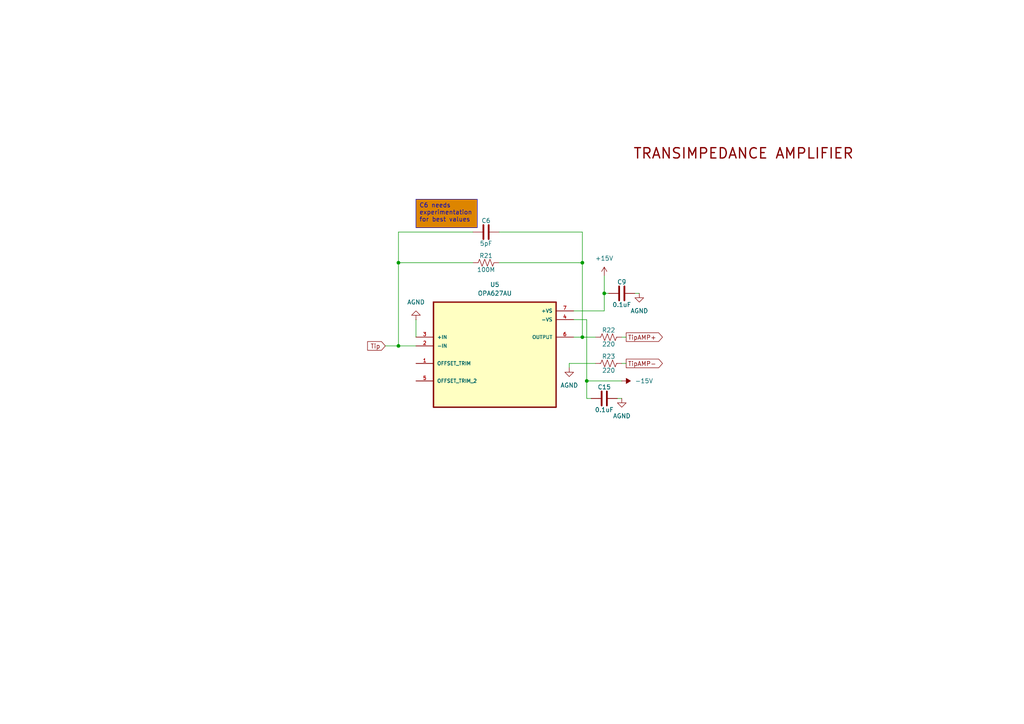
<source format=kicad_sch>
(kicad_sch
	(version 20250114)
	(generator "eeschema")
	(generator_version "9.0")
	(uuid "2810e2a5-ab6f-4d75-817b-e03e52dec31e")
	(paper "A4")
	(lib_symbols
		(symbol "Device:C"
			(pin_numbers
				(hide yes)
			)
			(pin_names
				(offset 0.254)
			)
			(exclude_from_sim no)
			(in_bom yes)
			(on_board yes)
			(property "Reference" "C"
				(at 0.635 2.54 0)
				(effects
					(font
						(size 1.27 1.27)
					)
					(justify left)
				)
			)
			(property "Value" "C"
				(at 0.635 -2.54 0)
				(effects
					(font
						(size 1.27 1.27)
					)
					(justify left)
				)
			)
			(property "Footprint" ""
				(at 0.9652 -3.81 0)
				(effects
					(font
						(size 1.27 1.27)
					)
					(hide yes)
				)
			)
			(property "Datasheet" "~"
				(at 0 0 0)
				(effects
					(font
						(size 1.27 1.27)
					)
					(hide yes)
				)
			)
			(property "Description" "Unpolarized capacitor"
				(at 0 0 0)
				(effects
					(font
						(size 1.27 1.27)
					)
					(hide yes)
				)
			)
			(property "ki_keywords" "cap capacitor"
				(at 0 0 0)
				(effects
					(font
						(size 1.27 1.27)
					)
					(hide yes)
				)
			)
			(property "ki_fp_filters" "C_*"
				(at 0 0 0)
				(effects
					(font
						(size 1.27 1.27)
					)
					(hide yes)
				)
			)
			(symbol "C_0_1"
				(polyline
					(pts
						(xy -2.032 0.762) (xy 2.032 0.762)
					)
					(stroke
						(width 0.508)
						(type default)
					)
					(fill
						(type none)
					)
				)
				(polyline
					(pts
						(xy -2.032 -0.762) (xy 2.032 -0.762)
					)
					(stroke
						(width 0.508)
						(type default)
					)
					(fill
						(type none)
					)
				)
			)
			(symbol "C_1_1"
				(pin passive line
					(at 0 3.81 270)
					(length 2.794)
					(name "~"
						(effects
							(font
								(size 1.27 1.27)
							)
						)
					)
					(number "1"
						(effects
							(font
								(size 1.27 1.27)
							)
						)
					)
				)
				(pin passive line
					(at 0 -3.81 90)
					(length 2.794)
					(name "~"
						(effects
							(font
								(size 1.27 1.27)
							)
						)
					)
					(number "2"
						(effects
							(font
								(size 1.27 1.27)
							)
						)
					)
				)
			)
			(embedded_fonts no)
		)
		(symbol "Device:R_US"
			(pin_numbers
				(hide yes)
			)
			(pin_names
				(offset 0)
			)
			(exclude_from_sim no)
			(in_bom yes)
			(on_board yes)
			(property "Reference" "R"
				(at 2.54 0 90)
				(effects
					(font
						(size 1.27 1.27)
					)
				)
			)
			(property "Value" "R_US"
				(at -2.54 0 90)
				(effects
					(font
						(size 1.27 1.27)
					)
				)
			)
			(property "Footprint" ""
				(at 1.016 -0.254 90)
				(effects
					(font
						(size 1.27 1.27)
					)
					(hide yes)
				)
			)
			(property "Datasheet" "~"
				(at 0 0 0)
				(effects
					(font
						(size 1.27 1.27)
					)
					(hide yes)
				)
			)
			(property "Description" "Resistor, US symbol"
				(at 0 0 0)
				(effects
					(font
						(size 1.27 1.27)
					)
					(hide yes)
				)
			)
			(property "ki_keywords" "R res resistor"
				(at 0 0 0)
				(effects
					(font
						(size 1.27 1.27)
					)
					(hide yes)
				)
			)
			(property "ki_fp_filters" "R_*"
				(at 0 0 0)
				(effects
					(font
						(size 1.27 1.27)
					)
					(hide yes)
				)
			)
			(symbol "R_US_0_1"
				(polyline
					(pts
						(xy 0 2.286) (xy 0 2.54)
					)
					(stroke
						(width 0)
						(type default)
					)
					(fill
						(type none)
					)
				)
				(polyline
					(pts
						(xy 0 2.286) (xy 1.016 1.905) (xy 0 1.524) (xy -1.016 1.143) (xy 0 0.762)
					)
					(stroke
						(width 0)
						(type default)
					)
					(fill
						(type none)
					)
				)
				(polyline
					(pts
						(xy 0 0.762) (xy 1.016 0.381) (xy 0 0) (xy -1.016 -0.381) (xy 0 -0.762)
					)
					(stroke
						(width 0)
						(type default)
					)
					(fill
						(type none)
					)
				)
				(polyline
					(pts
						(xy 0 -0.762) (xy 1.016 -1.143) (xy 0 -1.524) (xy -1.016 -1.905) (xy 0 -2.286)
					)
					(stroke
						(width 0)
						(type default)
					)
					(fill
						(type none)
					)
				)
				(polyline
					(pts
						(xy 0 -2.286) (xy 0 -2.54)
					)
					(stroke
						(width 0)
						(type default)
					)
					(fill
						(type none)
					)
				)
			)
			(symbol "R_US_1_1"
				(pin passive line
					(at 0 3.81 270)
					(length 1.27)
					(name "~"
						(effects
							(font
								(size 1.27 1.27)
							)
						)
					)
					(number "1"
						(effects
							(font
								(size 1.27 1.27)
							)
						)
					)
				)
				(pin passive line
					(at 0 -3.81 90)
					(length 1.27)
					(name "~"
						(effects
							(font
								(size 1.27 1.27)
							)
						)
					)
					(number "2"
						(effects
							(font
								(size 1.27 1.27)
							)
						)
					)
				)
			)
			(embedded_fonts no)
		)
		(symbol "OPA627AU:OPA627AU"
			(pin_names
				(offset 1.016)
			)
			(exclude_from_sim no)
			(in_bom yes)
			(on_board yes)
			(property "Reference" "U"
				(at -17.78 16.24 0)
				(effects
					(font
						(size 1.27 1.27)
					)
					(justify left bottom)
				)
			)
			(property "Value" "OPA627AU"
				(at -17.78 -19.24 0)
				(effects
					(font
						(size 1.27 1.27)
					)
					(justify left bottom)
				)
			)
			(property "Footprint" "OPA627AU:SOIC127P599X175-8N"
				(at 0 0 0)
				(effects
					(font
						(size 1.27 1.27)
					)
					(justify bottom)
					(hide yes)
				)
			)
			(property "Datasheet" ""
				(at 0 0 0)
				(effects
					(font
						(size 1.27 1.27)
					)
					(hide yes)
				)
			)
			(property "Description" ""
				(at 0 0 0)
				(effects
					(font
						(size 1.27 1.27)
					)
					(hide yes)
				)
			)
			(property "MF" "Texas Instruments"
				(at 0 0 0)
				(effects
					(font
						(size 1.27 1.27)
					)
					(justify bottom)
					(hide yes)
				)
			)
			(property "Description_1" "\n                        \n                            55V/µs high-speed 0.8µV/˚C max drift precision operational amplifier\n                        \n"
				(at 0 0 0)
				(effects
					(font
						(size 1.27 1.27)
					)
					(justify bottom)
					(hide yes)
				)
			)
			(property "Package" "SOIC-8 Texas Instruments"
				(at 0 0 0)
				(effects
					(font
						(size 1.27 1.27)
					)
					(justify bottom)
					(hide yes)
				)
			)
			(property "Price" "None"
				(at 0 0 0)
				(effects
					(font
						(size 1.27 1.27)
					)
					(justify bottom)
					(hide yes)
				)
			)
			(property "SnapEDA_Link" "https://www.snapeda.com/parts/OPA627AU/Texas+Instruments/view-part/?ref=snap"
				(at 0 0 0)
				(effects
					(font
						(size 1.27 1.27)
					)
					(justify bottom)
					(hide yes)
				)
			)
			(property "MP" "OPA627AU"
				(at 0 0 0)
				(effects
					(font
						(size 1.27 1.27)
					)
					(justify bottom)
					(hide yes)
				)
			)
			(property "Availability" "In Stock"
				(at 0 0 0)
				(effects
					(font
						(size 1.27 1.27)
					)
					(justify bottom)
					(hide yes)
				)
			)
			(property "Check_prices" "https://www.snapeda.com/parts/OPA627AU/Texas+Instruments/view-part/?ref=eda"
				(at 0 0 0)
				(effects
					(font
						(size 1.27 1.27)
					)
					(justify bottom)
					(hide yes)
				)
			)
			(symbol "OPA627AU_0_0"
				(rectangle
					(start -17.78 -15.24)
					(end 17.78 15.24)
					(stroke
						(width 0.41)
						(type default)
					)
					(fill
						(type background)
					)
				)
				(pin input line
					(at -22.86 5.08 0)
					(length 5.08)
					(name "+IN"
						(effects
							(font
								(size 1.016 1.016)
							)
						)
					)
					(number "3"
						(effects
							(font
								(size 1.016 1.016)
							)
						)
					)
				)
				(pin input line
					(at -22.86 2.54 0)
					(length 5.08)
					(name "-IN"
						(effects
							(font
								(size 1.016 1.016)
							)
						)
					)
					(number "2"
						(effects
							(font
								(size 1.016 1.016)
							)
						)
					)
				)
				(pin bidirectional line
					(at -22.86 -2.54 0)
					(length 5.08)
					(name "OFFSET_TRIM"
						(effects
							(font
								(size 1.016 1.016)
							)
						)
					)
					(number "1"
						(effects
							(font
								(size 1.016 1.016)
							)
						)
					)
				)
				(pin bidirectional line
					(at -22.86 -7.62 0)
					(length 5.08)
					(name "OFFSET_TRIM_2"
						(effects
							(font
								(size 1.016 1.016)
							)
						)
					)
					(number "5"
						(effects
							(font
								(size 1.016 1.016)
							)
						)
					)
				)
				(pin power_in line
					(at 22.86 12.7 180)
					(length 5.08)
					(name "+VS"
						(effects
							(font
								(size 1.016 1.016)
							)
						)
					)
					(number "7"
						(effects
							(font
								(size 1.016 1.016)
							)
						)
					)
				)
				(pin power_in line
					(at 22.86 10.16 180)
					(length 5.08)
					(name "-VS"
						(effects
							(font
								(size 1.016 1.016)
							)
						)
					)
					(number "4"
						(effects
							(font
								(size 1.016 1.016)
							)
						)
					)
				)
				(pin output line
					(at 22.86 5.08 180)
					(length 5.08)
					(name "OUTPUT"
						(effects
							(font
								(size 1.016 1.016)
							)
						)
					)
					(number "6"
						(effects
							(font
								(size 1.016 1.016)
							)
						)
					)
				)
			)
			(embedded_fonts no)
		)
		(symbol "power:+15V"
			(power)
			(pin_numbers
				(hide yes)
			)
			(pin_names
				(offset 0)
				(hide yes)
			)
			(exclude_from_sim no)
			(in_bom yes)
			(on_board yes)
			(property "Reference" "#PWR"
				(at 0 -3.81 0)
				(effects
					(font
						(size 1.27 1.27)
					)
					(hide yes)
				)
			)
			(property "Value" "+15V"
				(at 0 3.556 0)
				(effects
					(font
						(size 1.27 1.27)
					)
				)
			)
			(property "Footprint" ""
				(at 0 0 0)
				(effects
					(font
						(size 1.27 1.27)
					)
					(hide yes)
				)
			)
			(property "Datasheet" ""
				(at 0 0 0)
				(effects
					(font
						(size 1.27 1.27)
					)
					(hide yes)
				)
			)
			(property "Description" "Power symbol creates a global label with name \"+15V\""
				(at 0 0 0)
				(effects
					(font
						(size 1.27 1.27)
					)
					(hide yes)
				)
			)
			(property "ki_keywords" "global power"
				(at 0 0 0)
				(effects
					(font
						(size 1.27 1.27)
					)
					(hide yes)
				)
			)
			(symbol "+15V_0_1"
				(polyline
					(pts
						(xy -0.762 1.27) (xy 0 2.54)
					)
					(stroke
						(width 0)
						(type default)
					)
					(fill
						(type none)
					)
				)
				(polyline
					(pts
						(xy 0 2.54) (xy 0.762 1.27)
					)
					(stroke
						(width 0)
						(type default)
					)
					(fill
						(type none)
					)
				)
				(polyline
					(pts
						(xy 0 0) (xy 0 2.54)
					)
					(stroke
						(width 0)
						(type default)
					)
					(fill
						(type none)
					)
				)
			)
			(symbol "+15V_1_1"
				(pin power_in line
					(at 0 0 90)
					(length 0)
					(name "~"
						(effects
							(font
								(size 1.27 1.27)
							)
						)
					)
					(number "1"
						(effects
							(font
								(size 1.27 1.27)
							)
						)
					)
				)
			)
			(embedded_fonts no)
		)
		(symbol "power:-15V"
			(power)
			(pin_numbers
				(hide yes)
			)
			(pin_names
				(offset 0)
				(hide yes)
			)
			(exclude_from_sim no)
			(in_bom yes)
			(on_board yes)
			(property "Reference" "#PWR"
				(at 0 -3.81 0)
				(effects
					(font
						(size 1.27 1.27)
					)
					(hide yes)
				)
			)
			(property "Value" "-15V"
				(at 0 3.556 0)
				(effects
					(font
						(size 1.27 1.27)
					)
				)
			)
			(property "Footprint" ""
				(at 0 0 0)
				(effects
					(font
						(size 1.27 1.27)
					)
					(hide yes)
				)
			)
			(property "Datasheet" ""
				(at 0 0 0)
				(effects
					(font
						(size 1.27 1.27)
					)
					(hide yes)
				)
			)
			(property "Description" "Power symbol creates a global label with name \"-15V\""
				(at 0 0 0)
				(effects
					(font
						(size 1.27 1.27)
					)
					(hide yes)
				)
			)
			(property "ki_keywords" "global power"
				(at 0 0 0)
				(effects
					(font
						(size 1.27 1.27)
					)
					(hide yes)
				)
			)
			(symbol "-15V_0_0"
				(pin power_in line
					(at 0 0 90)
					(length 0)
					(name "~"
						(effects
							(font
								(size 1.27 1.27)
							)
						)
					)
					(number "1"
						(effects
							(font
								(size 1.27 1.27)
							)
						)
					)
				)
			)
			(symbol "-15V_0_1"
				(polyline
					(pts
						(xy 0 0) (xy 0 1.27) (xy 0.762 1.27) (xy 0 2.54) (xy -0.762 1.27) (xy 0 1.27)
					)
					(stroke
						(width 0)
						(type default)
					)
					(fill
						(type outline)
					)
				)
			)
			(embedded_fonts no)
		)
		(symbol "power:GNDA"
			(power)
			(pin_numbers
				(hide yes)
			)
			(pin_names
				(offset 0)
				(hide yes)
			)
			(exclude_from_sim no)
			(in_bom yes)
			(on_board yes)
			(property "Reference" "#PWR"
				(at 0 -6.35 0)
				(effects
					(font
						(size 1.27 1.27)
					)
					(hide yes)
				)
			)
			(property "Value" "GNDA"
				(at 0 -3.81 0)
				(effects
					(font
						(size 1.27 1.27)
					)
				)
			)
			(property "Footprint" ""
				(at 0 0 0)
				(effects
					(font
						(size 1.27 1.27)
					)
					(hide yes)
				)
			)
			(property "Datasheet" ""
				(at 0 0 0)
				(effects
					(font
						(size 1.27 1.27)
					)
					(hide yes)
				)
			)
			(property "Description" "Power symbol creates a global label with name \"GNDA\" , analog ground"
				(at 0 0 0)
				(effects
					(font
						(size 1.27 1.27)
					)
					(hide yes)
				)
			)
			(property "ki_keywords" "global power"
				(at 0 0 0)
				(effects
					(font
						(size 1.27 1.27)
					)
					(hide yes)
				)
			)
			(symbol "GNDA_0_1"
				(polyline
					(pts
						(xy 0 0) (xy 0 -1.27) (xy 1.27 -1.27) (xy 0 -2.54) (xy -1.27 -1.27) (xy 0 -1.27)
					)
					(stroke
						(width 0)
						(type default)
					)
					(fill
						(type none)
					)
				)
			)
			(symbol "GNDA_1_1"
				(pin power_in line
					(at 0 0 270)
					(length 0)
					(name "~"
						(effects
							(font
								(size 1.27 1.27)
							)
						)
					)
					(number "1"
						(effects
							(font
								(size 1.27 1.27)
							)
						)
					)
				)
			)
			(embedded_fonts no)
		)
	)
	(text "TRANSIMPEDANCE AMPLIFIER\n"
		(exclude_from_sim no)
		(at 215.646 44.704 0)
		(effects
			(font
				(size 3 3)
				(thickness 0.375)
				(color 132 0 0 1)
			)
		)
		(uuid "bcaa6981-518b-4b72-8814-63fe5b64dee4")
	)
	(text_box "C6 needs experimentation for best values"
		(exclude_from_sim no)
		(at 120.65 57.785 0)
		(size 17.78 8.255)
		(margins 0.9525 0.9525 0.9525 0.9525)
		(stroke
			(width 0)
			(type solid)
		)
		(fill
			(type color)
			(color 221 133 0 1)
		)
		(effects
			(font
				(size 1.27 1.27)
			)
			(justify left top)
		)
		(uuid "872a49f0-e1a6-47e2-a327-299c4c2e9736")
	)
	(junction
		(at 115.57 76.2)
		(diameter 0)
		(color 0 0 0 0)
		(uuid "0a9ad763-70ee-49c8-b402-365b9fd41974")
	)
	(junction
		(at 115.57 100.33)
		(diameter 0)
		(color 0 0 0 0)
		(uuid "11c1b5ac-67e7-47d2-bf2b-24d0b74976a6")
	)
	(junction
		(at 170.18 110.49)
		(diameter 0)
		(color 0 0 0 0)
		(uuid "78f37a82-b325-4db2-b077-776e139e6fc7")
	)
	(junction
		(at 168.91 76.2)
		(diameter 0)
		(color 0 0 0 0)
		(uuid "94759fa5-6e6c-4705-a88f-dbcf94d24ce0")
	)
	(junction
		(at 175.26 85.09)
		(diameter 0)
		(color 0 0 0 0)
		(uuid "c607c6f0-c93a-479e-b281-617c0d81bcd6")
	)
	(junction
		(at 168.91 97.79)
		(diameter 0)
		(color 0 0 0 0)
		(uuid "dcf0b41d-8acb-4a27-8207-291e31708667")
	)
	(wire
		(pts
			(xy 111.76 100.33) (xy 115.57 100.33)
		)
		(stroke
			(width 0)
			(type default)
		)
		(uuid "0220f2a1-2f39-40e3-8f11-db4cd50004b8")
	)
	(wire
		(pts
			(xy 165.1 106.68) (xy 165.1 105.41)
		)
		(stroke
			(width 0)
			(type default)
		)
		(uuid "0443a99b-8e14-4db8-88b9-3778ade2d6b1")
	)
	(wire
		(pts
			(xy 170.18 115.57) (xy 170.18 110.49)
		)
		(stroke
			(width 0)
			(type default)
		)
		(uuid "08275565-669e-46b8-801c-6a16752d92ec")
	)
	(wire
		(pts
			(xy 168.91 67.31) (xy 168.91 76.2)
		)
		(stroke
			(width 0)
			(type default)
		)
		(uuid "14496f17-3ea2-4632-8418-3e55f007720c")
	)
	(wire
		(pts
			(xy 165.1 105.41) (xy 172.72 105.41)
		)
		(stroke
			(width 0)
			(type default)
		)
		(uuid "19ee219b-eff2-4bef-ac11-7edfde8f1cf3")
	)
	(wire
		(pts
			(xy 115.57 76.2) (xy 137.16 76.2)
		)
		(stroke
			(width 0)
			(type default)
		)
		(uuid "230941b1-1ed9-4f1e-bc71-a79ef652a291")
	)
	(wire
		(pts
			(xy 180.34 115.57) (xy 179.07 115.57)
		)
		(stroke
			(width 0)
			(type default)
		)
		(uuid "25c49167-97e9-461e-a982-76504a5bf214")
	)
	(wire
		(pts
			(xy 166.37 90.17) (xy 175.26 90.17)
		)
		(stroke
			(width 0)
			(type default)
		)
		(uuid "35c18930-82d9-49c6-aa79-53b540e3be05")
	)
	(wire
		(pts
			(xy 170.18 92.71) (xy 166.37 92.71)
		)
		(stroke
			(width 0)
			(type default)
		)
		(uuid "3cd8fa13-80d0-4f57-bcdd-efd895e18e4d")
	)
	(wire
		(pts
			(xy 175.26 85.09) (xy 176.53 85.09)
		)
		(stroke
			(width 0)
			(type default)
		)
		(uuid "3ce76837-4c88-42af-ab24-4e1471fffcdb")
	)
	(wire
		(pts
			(xy 137.16 67.31) (xy 115.57 67.31)
		)
		(stroke
			(width 0)
			(type default)
		)
		(uuid "40b5c488-1bcf-417b-bc9c-20e8f8e98861")
	)
	(wire
		(pts
			(xy 170.18 115.57) (xy 171.45 115.57)
		)
		(stroke
			(width 0)
			(type default)
		)
		(uuid "42ce74bb-a22e-4577-8be1-b2fe06a4b04e")
	)
	(wire
		(pts
			(xy 115.57 100.33) (xy 120.65 100.33)
		)
		(stroke
			(width 0)
			(type default)
		)
		(uuid "4ed08b68-2fa1-48e2-ac14-dc4f63e4792c")
	)
	(wire
		(pts
			(xy 170.18 110.49) (xy 180.34 110.49)
		)
		(stroke
			(width 0)
			(type default)
		)
		(uuid "525b33d1-eba5-4f83-9f5f-0780d5eaddd0")
	)
	(wire
		(pts
			(xy 168.91 97.79) (xy 172.72 97.79)
		)
		(stroke
			(width 0)
			(type default)
		)
		(uuid "52cd8464-083a-40af-9e78-8fedf54dd76e")
	)
	(wire
		(pts
			(xy 120.65 92.71) (xy 120.65 97.79)
		)
		(stroke
			(width 0)
			(type default)
		)
		(uuid "599b4791-1ed2-48da-9bd3-ad1c26f779cb")
	)
	(wire
		(pts
			(xy 115.57 100.33) (xy 115.57 76.2)
		)
		(stroke
			(width 0)
			(type default)
		)
		(uuid "740bac18-e13a-4f26-aaf2-f3b8a7021969")
	)
	(wire
		(pts
			(xy 115.57 67.31) (xy 115.57 76.2)
		)
		(stroke
			(width 0)
			(type default)
		)
		(uuid "802892fc-12bd-44a7-9d31-949aa825cf4c")
	)
	(wire
		(pts
			(xy 180.34 97.79) (xy 181.61 97.79)
		)
		(stroke
			(width 0)
			(type default)
		)
		(uuid "9d6402b1-3573-482b-812e-6ec7bd6bf36a")
	)
	(wire
		(pts
			(xy 166.37 97.79) (xy 168.91 97.79)
		)
		(stroke
			(width 0)
			(type default)
		)
		(uuid "ab2efe7a-4653-45bf-af7f-15e03cc532e9")
	)
	(wire
		(pts
			(xy 175.26 85.09) (xy 175.26 90.17)
		)
		(stroke
			(width 0)
			(type default)
		)
		(uuid "bd20d79e-16b4-4cd0-b504-d679a356e8b9")
	)
	(wire
		(pts
			(xy 168.91 76.2) (xy 168.91 97.79)
		)
		(stroke
			(width 0)
			(type default)
		)
		(uuid "c8fda786-08d5-4347-8714-baec63146d2b")
	)
	(wire
		(pts
			(xy 184.15 85.09) (xy 185.42 85.09)
		)
		(stroke
			(width 0)
			(type default)
		)
		(uuid "cb953d79-a905-4a44-b04f-c858f35745fd")
	)
	(wire
		(pts
			(xy 144.78 67.31) (xy 168.91 67.31)
		)
		(stroke
			(width 0)
			(type default)
		)
		(uuid "d7898313-8286-4198-83e1-6d29be6ed104")
	)
	(wire
		(pts
			(xy 175.26 80.01) (xy 175.26 85.09)
		)
		(stroke
			(width 0)
			(type default)
		)
		(uuid "e0999663-0d0b-4ecb-aa92-5c60ae01b64d")
	)
	(wire
		(pts
			(xy 180.34 105.41) (xy 181.61 105.41)
		)
		(stroke
			(width 0)
			(type default)
		)
		(uuid "e183a0ca-5dcd-489a-ac73-07bf6f48c3c4")
	)
	(wire
		(pts
			(xy 170.18 92.71) (xy 170.18 110.49)
		)
		(stroke
			(width 0)
			(type default)
		)
		(uuid "eb2d736e-22e8-46cd-8339-dc06c27277b1")
	)
	(wire
		(pts
			(xy 144.78 76.2) (xy 168.91 76.2)
		)
		(stroke
			(width 0)
			(type default)
		)
		(uuid "ebf9163a-8c09-4a8a-84fc-e0911672c391")
	)
	(global_label "TipAMP+"
		(shape output)
		(at 181.61 97.79 0)
		(fields_autoplaced yes)
		(effects
			(font
				(size 1.27 1.27)
			)
			(justify left)
		)
		(uuid "77913d2d-72ae-4ea7-9077-0b2f108cd699")
		(property "Intersheetrefs" "${INTERSHEET_REFS}"
			(at 192.699 97.79 0)
			(effects
				(font
					(size 1.27 1.27)
				)
				(justify left)
				(hide yes)
			)
		)
	)
	(global_label "Tip"
		(shape input)
		(at 111.76 100.33 180)
		(fields_autoplaced yes)
		(effects
			(font
				(size 1.27 1.27)
			)
			(justify right)
		)
		(uuid "d777dd59-e766-45fd-b83f-1a3094c6508c")
		(property "Intersheetrefs" "${INTERSHEET_REFS}"
			(at 106.0534 100.33 0)
			(effects
				(font
					(size 1.27 1.27)
				)
				(justify right)
				(hide yes)
			)
		)
	)
	(global_label "TipAMP-"
		(shape output)
		(at 181.61 105.41 0)
		(fields_autoplaced yes)
		(effects
			(font
				(size 1.27 1.27)
			)
			(justify left)
		)
		(uuid "e0c1bf66-b9f9-4735-b6ca-3acb4ac8f19b")
		(property "Intersheetrefs" "${INTERSHEET_REFS}"
			(at 192.699 105.41 0)
			(effects
				(font
					(size 1.27 1.27)
				)
				(justify left)
				(hide yes)
			)
		)
	)
	(symbol
		(lib_id "power:+15V")
		(at 175.26 80.01 0)
		(unit 1)
		(exclude_from_sim no)
		(in_bom yes)
		(on_board yes)
		(dnp no)
		(fields_autoplaced yes)
		(uuid "06b05f3d-f54f-4755-b19c-206887aa9a58")
		(property "Reference" "#PWR018"
			(at 175.26 83.82 0)
			(effects
				(font
					(size 1.27 1.27)
				)
				(hide yes)
			)
		)
		(property "Value" "+15V"
			(at 175.26 74.93 0)
			(effects
				(font
					(size 1.27 1.27)
				)
			)
		)
		(property "Footprint" ""
			(at 175.26 80.01 0)
			(effects
				(font
					(size 1.27 1.27)
				)
				(hide yes)
			)
		)
		(property "Datasheet" ""
			(at 175.26 80.01 0)
			(effects
				(font
					(size 1.27 1.27)
				)
				(hide yes)
			)
		)
		(property "Description" "Power symbol creates a global label with name \"+15V\""
			(at 175.26 80.01 0)
			(effects
				(font
					(size 1.27 1.27)
				)
				(hide yes)
			)
		)
		(pin "1"
			(uuid "e9449e2b-566d-49e8-b7cd-d8502204a5dd")
		)
		(instances
			(project "STM_MINE"
				(path "/7a87ba11-f710-490a-8ac5-b38f48ac0e95/e66d1752-c366-482d-a849-ac75e9cfd615"
					(reference "#PWR018")
					(unit 1)
				)
			)
		)
	)
	(symbol
		(lib_id "power:GNDA")
		(at 185.42 85.09 0)
		(unit 1)
		(exclude_from_sim no)
		(in_bom yes)
		(on_board yes)
		(dnp no)
		(fields_autoplaced yes)
		(uuid "0d860039-4fa0-4705-ba65-7ef287c9dc55")
		(property "Reference" "#PWR019"
			(at 185.42 91.44 0)
			(effects
				(font
					(size 1.27 1.27)
				)
				(hide yes)
			)
		)
		(property "Value" "AGND"
			(at 185.42 90.17 0)
			(effects
				(font
					(size 1.27 1.27)
				)
			)
		)
		(property "Footprint" ""
			(at 185.42 85.09 0)
			(effects
				(font
					(size 1.27 1.27)
				)
				(hide yes)
			)
		)
		(property "Datasheet" ""
			(at 185.42 85.09 0)
			(effects
				(font
					(size 1.27 1.27)
				)
				(hide yes)
			)
		)
		(property "Description" "Power symbol creates a global label with name \"GNDA\" , analog ground"
			(at 185.42 85.09 0)
			(effects
				(font
					(size 1.27 1.27)
				)
				(hide yes)
			)
		)
		(pin "1"
			(uuid "c8373f06-2ece-4b7f-9056-2e8376aa8264")
		)
		(instances
			(project "STM_MINE"
				(path "/7a87ba11-f710-490a-8ac5-b38f48ac0e95/e66d1752-c366-482d-a849-ac75e9cfd615"
					(reference "#PWR019")
					(unit 1)
				)
			)
		)
	)
	(symbol
		(lib_id "Device:R_US")
		(at 176.53 97.79 90)
		(unit 1)
		(exclude_from_sim no)
		(in_bom yes)
		(on_board yes)
		(dnp no)
		(uuid "1238715b-71fe-4dc9-9afd-a601a6076aec")
		(property "Reference" "R22"
			(at 176.53 95.758 90)
			(effects
				(font
					(size 1.27 1.27)
				)
			)
		)
		(property "Value" "220"
			(at 176.53 99.822 90)
			(effects
				(font
					(size 1.27 1.27)
				)
			)
		)
		(property "Footprint" ""
			(at 176.784 96.774 90)
			(effects
				(font
					(size 1.27 1.27)
				)
				(hide yes)
			)
		)
		(property "Datasheet" "~"
			(at 176.53 97.79 0)
			(effects
				(font
					(size 1.27 1.27)
				)
				(hide yes)
			)
		)
		(property "Description" "Resistor, US symbol"
			(at 176.53 97.79 0)
			(effects
				(font
					(size 1.27 1.27)
				)
				(hide yes)
			)
		)
		(pin "2"
			(uuid "a7274908-1fa9-489e-b4b2-b181d55ca1e0")
		)
		(pin "1"
			(uuid "01245dbc-79fc-4257-ae86-e43d7bad26cb")
		)
		(instances
			(project "STM_MINE"
				(path "/7a87ba11-f710-490a-8ac5-b38f48ac0e95/e66d1752-c366-482d-a849-ac75e9cfd615"
					(reference "R22")
					(unit 1)
				)
			)
		)
	)
	(symbol
		(lib_id "power:GNDA")
		(at 180.34 115.57 0)
		(unit 1)
		(exclude_from_sim no)
		(in_bom yes)
		(on_board yes)
		(dnp no)
		(fields_autoplaced yes)
		(uuid "22741e00-b918-473b-b3e6-cd149ba165d7")
		(property "Reference" "#PWR021"
			(at 180.34 121.92 0)
			(effects
				(font
					(size 1.27 1.27)
				)
				(hide yes)
			)
		)
		(property "Value" "AGND"
			(at 180.34 120.65 0)
			(effects
				(font
					(size 1.27 1.27)
				)
			)
		)
		(property "Footprint" ""
			(at 180.34 115.57 0)
			(effects
				(font
					(size 1.27 1.27)
				)
				(hide yes)
			)
		)
		(property "Datasheet" ""
			(at 180.34 115.57 0)
			(effects
				(font
					(size 1.27 1.27)
				)
				(hide yes)
			)
		)
		(property "Description" "Power symbol creates a global label with name \"GNDA\" , analog ground"
			(at 180.34 115.57 0)
			(effects
				(font
					(size 1.27 1.27)
				)
				(hide yes)
			)
		)
		(pin "1"
			(uuid "2530f71b-0b5c-4838-aac9-c2be0338cf71")
		)
		(instances
			(project "STM_MINE"
				(path "/7a87ba11-f710-490a-8ac5-b38f48ac0e95/e66d1752-c366-482d-a849-ac75e9cfd615"
					(reference "#PWR021")
					(unit 1)
				)
			)
		)
	)
	(symbol
		(lib_id "power:GNDA")
		(at 120.65 92.71 180)
		(unit 1)
		(exclude_from_sim no)
		(in_bom yes)
		(on_board yes)
		(dnp no)
		(fields_autoplaced yes)
		(uuid "363165e6-6a85-4064-b190-d2f01d8de2ab")
		(property "Reference" "#PWR012"
			(at 120.65 86.36 0)
			(effects
				(font
					(size 1.27 1.27)
				)
				(hide yes)
			)
		)
		(property "Value" "AGND"
			(at 120.65 87.63 0)
			(effects
				(font
					(size 1.27 1.27)
				)
			)
		)
		(property "Footprint" ""
			(at 120.65 92.71 0)
			(effects
				(font
					(size 1.27 1.27)
				)
				(hide yes)
			)
		)
		(property "Datasheet" ""
			(at 120.65 92.71 0)
			(effects
				(font
					(size 1.27 1.27)
				)
				(hide yes)
			)
		)
		(property "Description" "Power symbol creates a global label with name \"GNDA\" , analog ground"
			(at 120.65 92.71 0)
			(effects
				(font
					(size 1.27 1.27)
				)
				(hide yes)
			)
		)
		(pin "1"
			(uuid "8d2f65a8-a579-43a0-9c5b-0b7f749df32b")
		)
		(instances
			(project "STM_MINE"
				(path "/7a87ba11-f710-490a-8ac5-b38f48ac0e95/e66d1752-c366-482d-a849-ac75e9cfd615"
					(reference "#PWR012")
					(unit 1)
				)
			)
		)
	)
	(symbol
		(lib_id "Device:R_US")
		(at 176.53 105.41 90)
		(unit 1)
		(exclude_from_sim no)
		(in_bom yes)
		(on_board yes)
		(dnp no)
		(uuid "5a67e5ec-fe68-4888-8b67-e694d11dbd07")
		(property "Reference" "R23"
			(at 176.53 103.378 90)
			(effects
				(font
					(size 1.27 1.27)
				)
			)
		)
		(property "Value" "220"
			(at 176.53 107.442 90)
			(effects
				(font
					(size 1.27 1.27)
				)
			)
		)
		(property "Footprint" ""
			(at 176.784 104.394 90)
			(effects
				(font
					(size 1.27 1.27)
				)
				(hide yes)
			)
		)
		(property "Datasheet" "~"
			(at 176.53 105.41 0)
			(effects
				(font
					(size 1.27 1.27)
				)
				(hide yes)
			)
		)
		(property "Description" "Resistor, US symbol"
			(at 176.53 105.41 0)
			(effects
				(font
					(size 1.27 1.27)
				)
				(hide yes)
			)
		)
		(pin "2"
			(uuid "7b3835c8-6d0b-4d41-a430-4f7aefe09db8")
		)
		(pin "1"
			(uuid "acacffca-5f54-4486-80d4-6b88bcf98486")
		)
		(instances
			(project "STM_MINE"
				(path "/7a87ba11-f710-490a-8ac5-b38f48ac0e95/e66d1752-c366-482d-a849-ac75e9cfd615"
					(reference "R23")
					(unit 1)
				)
			)
		)
	)
	(symbol
		(lib_id "power:GNDA")
		(at 165.1 106.68 0)
		(unit 1)
		(exclude_from_sim no)
		(in_bom yes)
		(on_board yes)
		(dnp no)
		(fields_autoplaced yes)
		(uuid "64490679-7f86-455e-b96e-be8b604a62cb")
		(property "Reference" "#PWR04"
			(at 165.1 113.03 0)
			(effects
				(font
					(size 1.27 1.27)
				)
				(hide yes)
			)
		)
		(property "Value" "AGND"
			(at 165.1 111.76 0)
			(effects
				(font
					(size 1.27 1.27)
				)
			)
		)
		(property "Footprint" ""
			(at 165.1 106.68 0)
			(effects
				(font
					(size 1.27 1.27)
				)
				(hide yes)
			)
		)
		(property "Datasheet" ""
			(at 165.1 106.68 0)
			(effects
				(font
					(size 1.27 1.27)
				)
				(hide yes)
			)
		)
		(property "Description" "Power symbol creates a global label with name \"GNDA\" , analog ground"
			(at 165.1 106.68 0)
			(effects
				(font
					(size 1.27 1.27)
				)
				(hide yes)
			)
		)
		(pin "1"
			(uuid "b370a1e2-ad86-4e1b-a317-607c02c87785")
		)
		(instances
			(project "STM_MINE"
				(path "/7a87ba11-f710-490a-8ac5-b38f48ac0e95/e66d1752-c366-482d-a849-ac75e9cfd615"
					(reference "#PWR04")
					(unit 1)
				)
			)
		)
	)
	(symbol
		(lib_id "Device:C")
		(at 180.34 85.09 90)
		(unit 1)
		(exclude_from_sim no)
		(in_bom yes)
		(on_board yes)
		(dnp no)
		(uuid "66dc3ba0-70cf-4d66-98e6-8b61c20fa878")
		(property "Reference" "C9"
			(at 180.34 81.788 90)
			(effects
				(font
					(size 1.27 1.27)
				)
			)
		)
		(property "Value" "0.1uF"
			(at 180.34 88.392 90)
			(effects
				(font
					(size 1.27 1.27)
				)
			)
		)
		(property "Footprint" ""
			(at 184.15 84.1248 0)
			(effects
				(font
					(size 1.27 1.27)
				)
				(hide yes)
			)
		)
		(property "Datasheet" "~"
			(at 180.34 85.09 0)
			(effects
				(font
					(size 1.27 1.27)
				)
				(hide yes)
			)
		)
		(property "Description" "Unpolarized capacitor"
			(at 180.34 85.09 0)
			(effects
				(font
					(size 1.27 1.27)
				)
				(hide yes)
			)
		)
		(pin "1"
			(uuid "acbfa0fe-64ed-4128-a5ef-14723165463f")
		)
		(pin "2"
			(uuid "8f60d3fb-c80f-4876-be36-6181c5af050c")
		)
		(instances
			(project "STM_MINE"
				(path "/7a87ba11-f710-490a-8ac5-b38f48ac0e95/e66d1752-c366-482d-a849-ac75e9cfd615"
					(reference "C9")
					(unit 1)
				)
			)
		)
	)
	(symbol
		(lib_id "OPA627AU:OPA627AU")
		(at 143.51 102.87 0)
		(unit 1)
		(exclude_from_sim no)
		(in_bom yes)
		(on_board yes)
		(dnp no)
		(fields_autoplaced yes)
		(uuid "875ba72c-2b85-4ddb-bbac-13572f554a69")
		(property "Reference" "U5"
			(at 143.51 82.55 0)
			(effects
				(font
					(size 1.27 1.27)
				)
			)
		)
		(property "Value" "OPA627AU"
			(at 143.51 85.09 0)
			(effects
				(font
					(size 1.27 1.27)
				)
			)
		)
		(property "Footprint" "OPA627AU:SOIC127P599X175-8N"
			(at 143.51 102.87 0)
			(effects
				(font
					(size 1.27 1.27)
				)
				(justify bottom)
				(hide yes)
			)
		)
		(property "Datasheet" ""
			(at 143.51 102.87 0)
			(effects
				(font
					(size 1.27 1.27)
				)
				(hide yes)
			)
		)
		(property "Description" ""
			(at 143.51 102.87 0)
			(effects
				(font
					(size 1.27 1.27)
				)
				(hide yes)
			)
		)
		(property "MF" "Texas Instruments"
			(at 143.51 102.87 0)
			(effects
				(font
					(size 1.27 1.27)
				)
				(justify bottom)
				(hide yes)
			)
		)
		(property "Description_1" "\n                        \n                            55V/µs high-speed 0.8µV/˚C max drift precision operational amplifier\n                        \n"
			(at 143.51 102.87 0)
			(effects
				(font
					(size 1.27 1.27)
				)
				(justify bottom)
				(hide yes)
			)
		)
		(property "Package" "SOIC-8 Texas Instruments"
			(at 143.51 102.87 0)
			(effects
				(font
					(size 1.27 1.27)
				)
				(justify bottom)
				(hide yes)
			)
		)
		(property "Price" "None"
			(at 143.51 102.87 0)
			(effects
				(font
					(size 1.27 1.27)
				)
				(justify bottom)
				(hide yes)
			)
		)
		(property "SnapEDA_Link" "https://www.snapeda.com/parts/OPA627AU/Texas+Instruments/view-part/?ref=snap"
			(at 143.51 102.87 0)
			(effects
				(font
					(size 1.27 1.27)
				)
				(justify bottom)
				(hide yes)
			)
		)
		(property "MP" "OPA627AU"
			(at 143.51 102.87 0)
			(effects
				(font
					(size 1.27 1.27)
				)
				(justify bottom)
				(hide yes)
			)
		)
		(property "Availability" "In Stock"
			(at 143.51 102.87 0)
			(effects
				(font
					(size 1.27 1.27)
				)
				(justify bottom)
				(hide yes)
			)
		)
		(property "Check_prices" "https://www.snapeda.com/parts/OPA627AU/Texas+Instruments/view-part/?ref=eda"
			(at 143.51 102.87 0)
			(effects
				(font
					(size 1.27 1.27)
				)
				(justify bottom)
				(hide yes)
			)
		)
		(pin "7"
			(uuid "910632d9-34a4-4075-9073-a3933126c530")
		)
		(pin "4"
			(uuid "1b89782b-38f8-4456-9eca-9062df380191")
		)
		(pin "3"
			(uuid "ce2edc55-f8da-4d77-a9f9-9301741083cc")
		)
		(pin "2"
			(uuid "96ded978-09c6-4376-9c94-e6bf09a75c71")
		)
		(pin "5"
			(uuid "0d8d5c59-c0ca-45e1-ace4-2aa5c8a11849")
		)
		(pin "6"
			(uuid "333af9b9-48eb-4e8f-9bb6-f47401e2c0a3")
		)
		(pin "1"
			(uuid "5b6d114c-6afe-407c-9fd1-c730833852de")
		)
		(instances
			(project "STM_MINE"
				(path "/7a87ba11-f710-490a-8ac5-b38f48ac0e95/e66d1752-c366-482d-a849-ac75e9cfd615"
					(reference "U5")
					(unit 1)
				)
			)
		)
	)
	(symbol
		(lib_id "Device:R_US")
		(at 140.97 76.2 90)
		(unit 1)
		(exclude_from_sim no)
		(in_bom yes)
		(on_board yes)
		(dnp no)
		(uuid "9de2e6c6-2115-4bb6-be85-74d8074d497d")
		(property "Reference" "R21"
			(at 140.97 74.168 90)
			(effects
				(font
					(size 1.27 1.27)
				)
			)
		)
		(property "Value" "100M"
			(at 140.97 78.232 90)
			(effects
				(font
					(size 1.27 1.27)
				)
			)
		)
		(property "Footprint" ""
			(at 141.224 75.184 90)
			(effects
				(font
					(size 1.27 1.27)
				)
				(hide yes)
			)
		)
		(property "Datasheet" "~"
			(at 140.97 76.2 0)
			(effects
				(font
					(size 1.27 1.27)
				)
				(hide yes)
			)
		)
		(property "Description" "Resistor, US symbol"
			(at 140.97 76.2 0)
			(effects
				(font
					(size 1.27 1.27)
				)
				(hide yes)
			)
		)
		(pin "2"
			(uuid "993e7815-f261-4e70-b4e7-a4cc322786fa")
		)
		(pin "1"
			(uuid "e601ec81-d122-47bc-9e78-8b06eaeb5192")
		)
		(instances
			(project "STM_MINE"
				(path "/7a87ba11-f710-490a-8ac5-b38f48ac0e95/e66d1752-c366-482d-a849-ac75e9cfd615"
					(reference "R21")
					(unit 1)
				)
			)
		)
	)
	(symbol
		(lib_id "power:-15V")
		(at 180.34 110.49 270)
		(unit 1)
		(exclude_from_sim no)
		(in_bom yes)
		(on_board yes)
		(dnp no)
		(fields_autoplaced yes)
		(uuid "a6542695-5504-4845-9d4d-1542a2ee9a56")
		(property "Reference" "#PWR020"
			(at 176.53 110.49 0)
			(effects
				(font
					(size 1.27 1.27)
				)
				(hide yes)
			)
		)
		(property "Value" "-15V"
			(at 184.15 110.4899 90)
			(effects
				(font
					(size 1.27 1.27)
				)
				(justify left)
			)
		)
		(property "Footprint" ""
			(at 180.34 110.49 0)
			(effects
				(font
					(size 1.27 1.27)
				)
				(hide yes)
			)
		)
		(property "Datasheet" ""
			(at 180.34 110.49 0)
			(effects
				(font
					(size 1.27 1.27)
				)
				(hide yes)
			)
		)
		(property "Description" "Power symbol creates a global label with name \"-15V\""
			(at 180.34 110.49 0)
			(effects
				(font
					(size 1.27 1.27)
				)
				(hide yes)
			)
		)
		(pin "1"
			(uuid "45b48db5-9b5e-4f70-8826-80f014521123")
		)
		(instances
			(project "STM_MINE"
				(path "/7a87ba11-f710-490a-8ac5-b38f48ac0e95/e66d1752-c366-482d-a849-ac75e9cfd615"
					(reference "#PWR020")
					(unit 1)
				)
			)
		)
	)
	(symbol
		(lib_id "Device:C")
		(at 140.97 67.31 90)
		(unit 1)
		(exclude_from_sim no)
		(in_bom yes)
		(on_board yes)
		(dnp no)
		(uuid "c633f231-3c4d-4e39-b5c5-23e8ddd356d5")
		(property "Reference" "C6"
			(at 140.97 64.008 90)
			(effects
				(font
					(size 1.27 1.27)
				)
			)
		)
		(property "Value" "5pF"
			(at 140.97 70.612 90)
			(effects
				(font
					(size 1.27 1.27)
				)
			)
		)
		(property "Footprint" ""
			(at 144.78 66.3448 0)
			(effects
				(font
					(size 1.27 1.27)
				)
				(hide yes)
			)
		)
		(property "Datasheet" "~"
			(at 140.97 67.31 0)
			(effects
				(font
					(size 1.27 1.27)
				)
				(hide yes)
			)
		)
		(property "Description" "Unpolarized capacitor"
			(at 140.97 67.31 0)
			(effects
				(font
					(size 1.27 1.27)
				)
				(hide yes)
			)
		)
		(pin "1"
			(uuid "d13da684-8c33-4137-8be3-8b05f5605112")
		)
		(pin "2"
			(uuid "8f0dc337-3f48-45e0-ae47-d6df9a833c25")
		)
		(instances
			(project "STM_MINE"
				(path "/7a87ba11-f710-490a-8ac5-b38f48ac0e95/e66d1752-c366-482d-a849-ac75e9cfd615"
					(reference "C6")
					(unit 1)
				)
			)
		)
	)
	(symbol
		(lib_id "Device:C")
		(at 175.26 115.57 90)
		(unit 1)
		(exclude_from_sim no)
		(in_bom yes)
		(on_board yes)
		(dnp no)
		(uuid "d18ca44c-62c8-4734-83a6-b71efbb38ef2")
		(property "Reference" "C15"
			(at 175.26 112.268 90)
			(effects
				(font
					(size 1.27 1.27)
				)
			)
		)
		(property "Value" "0.1uF"
			(at 175.26 118.872 90)
			(effects
				(font
					(size 1.27 1.27)
				)
			)
		)
		(property "Footprint" ""
			(at 179.07 114.6048 0)
			(effects
				(font
					(size 1.27 1.27)
				)
				(hide yes)
			)
		)
		(property "Datasheet" "~"
			(at 175.26 115.57 0)
			(effects
				(font
					(size 1.27 1.27)
				)
				(hide yes)
			)
		)
		(property "Description" "Unpolarized capacitor"
			(at 175.26 115.57 0)
			(effects
				(font
					(size 1.27 1.27)
				)
				(hide yes)
			)
		)
		(pin "1"
			(uuid "c3dacda7-8956-461a-83ce-3b5c87cf9656")
		)
		(pin "2"
			(uuid "cec98209-c207-4d2f-bc26-0e92ad26bcf1")
		)
		(instances
			(project "STM_MINE"
				(path "/7a87ba11-f710-490a-8ac5-b38f48ac0e95/e66d1752-c366-482d-a849-ac75e9cfd615"
					(reference "C15")
					(unit 1)
				)
			)
		)
	)
)

</source>
